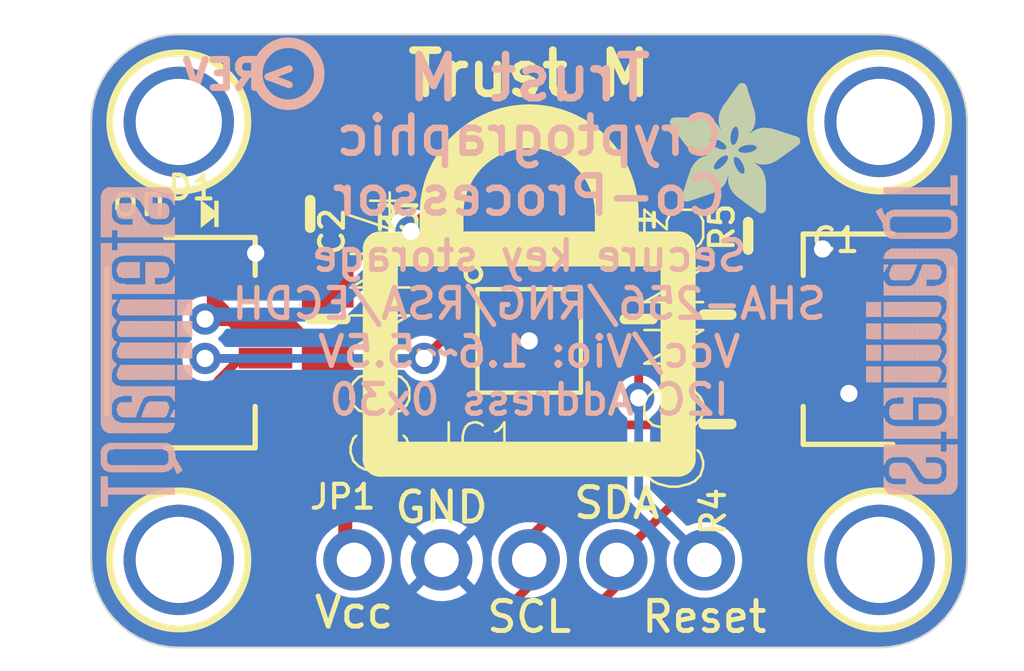
<source format=kicad_pcb>
(kicad_pcb (version 20211014) (generator pcbnew)
  (layers (0 "F.Cu" signal) (31 "B.Cu" signal) (34 "B.Paste" user) (35 "F.Paste" user) (36 "B.SilkS" user "B.Silkscreen") (37 "F.SilkS" user "F.Silkscreen") (38 "B.Mask" user) (39 "F.Mask" user) (44 "Edge.Cuts" user))
  (net 0 "")
  (net 1 "GND")
  (net 2 "SCL")
  (net 3 "SDA")
  (net 4 "VCC")
  (net 5 "N$1")
  (net 6 "RESET")
  (footprint "eagleBoard:JST_SH4" (layer "F.Cu") (at 138.3411 105.0036 -90)
    (fp_text reference "CONN4" (at -4.6 -5.9 90) (layer "F.SilkS") (effects (font (size 1.703222 1.703222) (thickness 0.074778)) (justify right)))
    (fp_text value "STEMMA_I2C_QT" hide)
    (pad "1" smd rect (at -1.5 -2.514) (size 1.55 0.6) (layers "F.Cu" "F.Paste" "F.Mask") (net 1 "GND"))
    (pad "2" smd rect (at -0.5 -2.514) (size 1.55 0.6) (layers "F.Cu" "F.Paste" "F.Mask") (net 4 "VCC"))
    (pad "3" smd rect (at 0.5 -2.514) (size 1.55 0.6) (layers "F.Cu" "F.Paste" "F.Mask") (net 3 "SDA"))
    (pad "4" smd rect (at 1.5 -2.514) (size 1.55 0.6) (layers "F.Cu" "F.Paste" "F.Mask") (net 2 "SCL"))
    (pad "MT1" smd rect (at -2.8 1.386) (size 1.8 1.2) (layers "F.Cu" "F.Paste" "F.Mask"))
    (pad "MT2" smd rect (at 2.8 1.386) (size 1.8 1.2) (layers "F.Cu" "F.Paste" "F.Mask"))
  )
  (footprint "eagleBoard:CHIPLED_0603_NOOUTLINE" (layer "F.Cu") (at 139.2301 101.3206 -90)
    (fp_text reference "D1" (at -0.762 1.27) (layer "F.SilkS") (effects (font (size 0.692831 0.692831) (thickness 0.119969)) (justify left)))
    (fp_text value "GREEN")
    (pad "A" smd rect (at 0 0.75 270) (size 0.8 0.8) (layers "F.Cu" "F.Paste" "F.Mask") (net 4 "VCC"))
    (pad "C" smd rect (at 0 -0.75 270) (size 0.8 0.8) (layers "F.Cu" "F.Paste" "F.Mask") (net 5 "N$1"))
  )
  (footprint "eagleBoard:PG-USON10-10-2" (layer "F.Cu") (at 148.5011 105.0036)
    (fp_text reference "IC1" (at -2.6058 2.8702) (layer "F.SilkS") (effects (font (size 0.941222 0.941222) (thickness 0.074778)) (justify left)))
    (fp_text value "")
    (pad "1" smd rect (at -1.4 -1 90) (size 0.25 0.7) (layers "F.Cu" "F.Paste" "F.Mask") (net 1 "GND"))
    (pad "2" smd rect (at -1.4 -0.5 90) (size 0.25 0.7) (layers "F.Cu" "F.Paste" "F.Mask") (net 1 "GND"))
    (pad "3" smd rect (at -1.4 0 90) (size 0.25 0.7) (layers "F.Cu" "F.Paste" "F.Mask") (net 3 "SDA"))
    (pad "4" smd rect (at -1.4 0.5 90) (size 0.25 0.7) (layers "F.Cu" "F.Paste" "F.Mask") (net 1 "GND"))
    (pad "5" smd rect (at -1.4 1 90) (size 0.25 0.7) (layers "F.Cu" "F.Paste" "F.Mask") (net 1 "GND"))
    (pad "6" smd rect (at 1.4 1 90) (size 0.25 0.7) (layers "F.Cu" "F.Paste" "F.Mask") (net 1 "GND"))
    (pad "7" smd rect (at 1.4 0.5 90) (size 0.25 0.7) (layers "F.Cu" "F.Paste" "F.Mask") (net 1 "GND"))
    (pad "8" smd rect (at 1.4 0 90) (size 0.25 0.7) (layers "F.Cu" "F.Paste" "F.Mask") (net 2 "SCL"))
    (pad "9" smd rect (at 1.4 -0.5 90) (size 0.25 0.7) (layers "F.Cu" "F.Paste" "F.Mask") (net 6 "RESET"))
    (pad "10" smd rect (at 1.4 -1 90) (size 0.25 0.7) (layers "F.Cu" "F.Paste" "F.Mask") (net 4 "VCC"))
    (pad "THERM" smd rect (at 0 0 90) (size 2.4 1.5) (layers "F.Cu" "F.Mask") (net 1 "GND"))
  )
  (footprint "eagleBoard:MOUNTINGHOLE_2.5_PLATED" (layer "F.Cu") (at 138.3411 111.3536)
    (fp_text reference "U$14" hide)
    (fp_text value "MOUNTINGHOLE2.5" hide)
    (pad "P$1" thru_hole circle (at 0 0) (size 3.2 3.2) (drill 2.5) (layers *.Cu *.Mask))
    (zone (net 0) (net_name "") (layer "B.Cu") (connect_pads (clearance 0)) (min_thickness 0.254)
      (keepout (tracks not_allowed) (vias not_allowed) (pads not_allowed) (copperpour not_allowed) (footprints allowed))
      (fill (thermal_gap 0.508) (thermal_bridge_width 0.508))
      (polygon (pts (xy 140.3571 111.3536) (xy 140.326472 111.003525) (xy 140.23552 110.664087) (xy 140.087007 110.3456) (xy 139.885446 110.05774) (xy 139.63696 109.809254) (xy 139.3491 109.607693) (xy 139.030613 109.45918) (xy 138.691175 109.368228) (xy 138.3411 109.3376) (xy 137.991025 109.368228) (xy 137.651587 109.45918) (xy 137.3331 109.607693) (xy 137.04524 109.809254) (xy 136.796754 110.05774) (xy 136.595193 110.3456) (xy 136.44668 110.664087) (xy 136.355728 111.003525) (xy 136.3251 111.3536) (xy 136.355728 111.703675) (xy 136.44668 112.043113) (xy 136.595193 112.3616) (xy 136.796754 112.64946) (xy 137.04524 112.897946) (xy 137.3331 113.099507) (xy 137.651587 113.24802) (xy 137.991025 113.338972) (xy 138.3411 113.3696) (xy 138.691175 113.338972) (xy 139.030613 113.24802) (xy 139.3491 113.099507) (xy 139.63696 112.897946) (xy 139.885446 112.64946) (xy 140.087007 112.3616) (xy 140.23552 112.043113) (xy 140.326472 111.703675)))
      (polygon (pts (xy 138.3251 111.3536) (xy 138.325343 111.356378) (xy 138.326065 111.359072) (xy 138.327244 111.3616) (xy 138.328843 111.363885) (xy 138.330815 111.365857) (xy 138.3331 111.367456) (xy 138.335628 111.368635) (xy 138.338322 111.369357) (xy 138.3411 111.3696) (xy 138.343878 111.369357) (xy 138.346572 111.368635) (xy 138.3491 111.367456) (xy 138.351385 111.365857) (xy 138.353357 111.363885) (xy 138.354956 111.3616) (xy 138.356135 111.359072) (xy 138.356857 111.356378) (xy 138.3571 111.3536) (xy 138.356857 111.350822) (xy 138.356135 111.348128) (xy 138.354956 111.3456) (xy 138.353357 111.343315) (xy 138.351385 111.341343) (xy 138.3491 111.339744) (xy 138.346572 111.338565) (xy 138.343878 111.337843) (xy 138.3411 111.3376) (xy 138.338322 111.337843) (xy 138.335628 111.338565) (xy 138.3331 111.339744) (xy 138.330815 111.341343) (xy 138.328843 111.343315) (xy 138.327244 111.3456) (xy 138.326065 111.348128) (xy 138.325343 111.350822)))
    )
  )
  (footprint "eagleBoard:MOUNTINGHOLE_2.5_PLATED" (layer "F.Cu") (at 138.3411 98.6536)
    (fp_text reference "U$11" hide)
    (fp_text value "MOUNTINGHOLE2.5" hide)
    (pad "P$1" thru_hole circle (at 0 0) (size 3.2 3.2) (drill 2.5) (layers *.Cu *.Mask))
    (zone (net 0) (net_name "") (layer "B.Cu") (connect_pads (clearance 0)) (min_thickness 0.254)
      (keepout (tracks not_allowed) (vias not_allowed) (pads not_allowed) (copperpour not_allowed) (footprints allowed))
      (fill (thermal_gap 0.508) (thermal_bridge_width 0.508))
      (polygon (pts (xy 140.3571 98.6536) (xy 140.326472 98.303525) (xy 140.23552 97.964087) (xy 140.087007 97.6456) (xy 139.885446 97.35774) (xy 139.63696 97.109254) (xy 139.3491 96.907693) (xy 139.030613 96.75918) (xy 138.691175 96.668228) (xy 138.3411 96.6376) (xy 137.991025 96.668228) (xy 137.651587 96.75918) (xy 137.3331 96.907693) (xy 137.04524 97.109254) (xy 136.796754 97.35774) (xy 136.595193 97.6456) (xy 136.44668 97.964087) (xy 136.355728 98.303525) (xy 136.3251 98.6536) (xy 136.355728 99.003675) (xy 136.44668 99.343113) (xy 136.595193 99.6616) (xy 136.796754 99.94946) (xy 137.04524 100.197946) (xy 137.3331 100.399507) (xy 137.651587 100.54802) (xy 137.991025 100.638972) (xy 138.3411 100.6696) (xy 138.691175 100.638972) (xy 139.030613 100.54802) (xy 139.3491 100.399507) (xy 139.63696 100.197946) (xy 139.885446 99.94946) (xy 140.087007 99.6616) (xy 140.23552 99.343113) (xy 140.326472 99.003675)))
      (polygon (pts (xy 138.3251 98.6536) (xy 138.325343 98.656378) (xy 138.326065 98.659072) (xy 138.327244 98.6616) (xy 138.328843 98.663885) (xy 138.330815 98.665857) (xy 138.3331 98.667456) (xy 138.335628 98.668635) (xy 138.338322 98.669357) (xy 138.3411 98.6696) (xy 138.343878 98.669357) (xy 138.346572 98.668635) (xy 138.3491 98.667456) (xy 138.351385 98.665857) (xy 138.353357 98.663885) (xy 138.354956 98.6616) (xy 138.356135 98.659072) (xy 138.356857 98.656378) (xy 138.3571 98.6536) (xy 138.356857 98.650822) (xy 138.356135 98.648128) (xy 138.354956 98.6456) (xy 138.353357 98.643315) (xy 138.351385 98.641343) (xy 138.3491 98.639744) (xy 138.346572 98.638565) (xy 138.343878 98.637843) (xy 138.3411 98.6376) (xy 138.338322 98.637843) (xy 138.335628 98.638565) (xy 138.3331 98.639744) (xy 138.330815 98.641343) (xy 138.328843 98.643315) (xy 138.327244 98.6456) (xy 138.326065 98.648128) (xy 138.325343 98.650822)))
    )
  )
  (footprint "eagleBoard:FIDUCIAL_1MM" (layer "F.Cu") (at 155.3591 109.9185)
    (fp_text reference "FID4" hide)
    (fp_text value "FIDUCIAL_1MM" hide)
    (pad "1" smd roundrect (at 0 0) (size 1 1) (layers "F.Cu" "F.Mask") (roundrect_rratio 0.5))
  )
  (footprint "eagleBoard:JST_SH4" (layer "F.Cu") (at 158.6611 105.0036 90)
    (fp_text reference "CONN3" (at -4.6 -5.9 90) (layer "F.SilkS") (effects (font (size 1.703222 1.703222) (thickness 0.074778)) (justify left)))
    (fp_text value "STEMMA_I2C_QT" hide)
    (pad "1" smd rect (at -1.5 -2.514 180) (size 1.55 0.6) (layers "F.Cu" "F.Paste" "F.Mask") (net 1 "GND"))
    (pad "2" smd rect (at -0.5 -2.514 180) (size 1.55 0.6) (layers "F.Cu" "F.Paste" "F.Mask") (net 4 "VCC"))
    (pad "3" smd rect (at 0.5 -2.514 180) (size 1.55 0.6) (layers "F.Cu" "F.Paste" "F.Mask") (net 3 "SDA"))
    (pad "4" smd rect (at 1.5 -2.514 180) (size 1.55 0.6) (layers "F.Cu" "F.Paste" "F.Mask") (net 2 "SCL"))
    (pad "MT1" smd rect (at -2.8 1.386 180) (size 1.8 1.2) (layers "F.Cu" "F.Paste" "F.Mask"))
    (pad "MT2" smd rect (at 2.8 1.386 180) (size 1.8 1.2) (layers "F.Cu" "F.Paste" "F.Mask"))
  )
  (footprint "eagleBoard:0603-NO" (layer "F.Cu") (at 154.8511 101.9556)
    (fp_text reference "C1" (at 1.778 0.127) (layer "F.SilkS") (effects (font (size 0.692831 0.692831) (thickness 0.119969)) (justify left)))
    (fp_text value "0.1uF")
    (pad "1" smd rect (at -0.85 0) (size 1.075 1) (layers "F.Cu" "F.Paste" "F.Mask") (net 4 "VCC"))
    (pad "2" smd rect (at 0.85 0) (size 1.075 1) (layers "F.Cu" "F.Paste" "F.Mask") (net 1 "GND"))
  )
  (footprint "eagleBoard:MOUNTINGHOLE_2.5_PLATED" (layer "F.Cu") (at 158.6611 98.6536)
    (fp_text reference "U$12" hide)
    (fp_text value "MOUNTINGHOLE2.5" hide)
    (pad "P$1" thru_hole circle (at 0 0) (size 3.2 3.2) (drill 2.5) (layers *.Cu *.Mask))
    (zone (net 0) (net_name "") (layer "B.Cu") (connect_pads (clearance 0)) (min_thickness 0.254)
      (keepout (tracks not_allowed) (vias not_allowed) (pads not_allowed) (copperpour not_allowed) (footprints allowed))
      (fill (thermal_gap 0.508) (thermal_bridge_width 0.508))
      (polygon (pts (xy 160.6771 98.6536) (xy 160.646472 98.303525) (xy 160.55552 97.964087) (xy 160.407007 97.6456) (xy 160.205446 97.35774) (xy 159.95696 97.109254) (xy 159.6691 96.907693) (xy 159.350613 96.75918) (xy 159.011175 96.668228) (xy 158.6611 96.6376) (xy 158.311025 96.668228) (xy 157.971587 96.75918) (xy 157.6531 96.907693) (xy 157.36524 97.109254) (xy 157.116754 97.35774) (xy 156.915193 97.6456) (xy 156.76668 97.964087) (xy 156.675728 98.303525) (xy 156.6451 98.6536) (xy 156.675728 99.003675) (xy 156.76668 99.343113) (xy 156.915193 99.6616) (xy 157.116754 99.94946) (xy 157.36524 100.197946) (xy 157.6531 100.399507) (xy 157.971587 100.54802) (xy 158.311025 100.638972) (xy 158.6611 100.6696) (xy 159.011175 100.638972) (xy 159.350613 100.54802) (xy 159.6691 100.399507) (xy 159.95696 100.197946) (xy 160.205446 99.94946) (xy 160.407007 99.6616) (xy 160.55552 99.343113) (xy 160.646472 99.003675)))
      (polygon (pts (xy 158.6451 98.6536) (xy 158.645343 98.656378) (xy 158.646065 98.659072) (xy 158.647244 98.6616) (xy 158.648843 98.663885) (xy 158.650815 98.665857) (xy 158.6531 98.667456) (xy 158.655628 98.668635) (xy 158.658322 98.669357) (xy 158.6611 98.6696) (xy 158.663878 98.669357) (xy 158.666572 98.668635) (xy 158.6691 98.667456) (xy 158.671385 98.665857) (xy 158.673357 98.663885) (xy 158.674956 98.6616) (xy 158.676135 98.659072) (xy 158.676857 98.656378) (xy 158.6771 98.6536) (xy 158.676857 98.650822) (xy 158.676135 98.648128) (xy 158.674956 98.6456) (xy 158.673357 98.643315) (xy 158.671385 98.641343) (xy 158.6691 98.639744) (xy 158.666572 98.638565) (xy 158.663878 98.637843) (xy 158.6611 98.6376) (xy 158.658322 98.637843) (xy 158.655628 98.638565) (xy 158.6531 98.639744) (xy 158.650815 98.641343) (xy 158.648843 98.643315) (xy 158.647244 98.6456) (xy 158.646065 98.648128) (xy 158.645343 98.650822)))
    )
  )
  (footprint "eagleBoard:0805-NO" (layer "F.Cu") (at 142.6591 104.3686 90)
    (fp_text reference "C2" (at 1.778 0.127 90) (layer "F.SilkS") (effects (font (size 0.692831 0.692831) (thickness 0.119969)) (justify left)))
    (fp_text value "10uF")
    (pad "1" smd rect (at -0.95 0 90) (size 1.24 1.5) (layers "F.Cu" "F.Paste" "F.Mask") (net 4 "VCC"))
    (pad "2" smd rect (at 0.95 0 90) (size 1.24 1.5) (layers "F.Cu" "F.Paste" "F.Mask") (net 1 "GND"))
  )
  (footprint "eagleBoard:FIDUCIAL_1MM" (layer "F.Cu") (at 141.8971 99.3521)
    (fp_text reference "FID3" hide)
    (fp_text value "FIDUCIAL_1MM" hide)
    (pad "1" smd roundrect (at 0 0) (size 1 1) (layers "F.Cu" "F.Mask") (roundrect_rratio 0.5))
  )
  (footprint "eagleBoard:0603-NO" (layer "F.Cu") (at 153.9621 104.2416 90)
    (fp_text reference "R5" (at 1.778 0.127 90) (layer "F.SilkS") (effects (font (size 0.692831 0.692831) (thickness 0.119969)) (justify left)))
    (fp_text value "10K")
    (pad "1" smd rect (at -0.85 0 90) (size 1.075 1) (layers "F.Cu" "F.Paste" "F.Mask") (net 2 "SCL"))
    (pad "2" smd rect (at 0.85 0 90) (size 1.075 1) (layers "F.Cu" "F.Paste" "F.Mask") (net 4 "VCC"))
  )
  (footprint "eagleBoard:MOUNTINGHOLE_2.5_PLATED" (layer "F.Cu") (at 158.6611 111.3536)
    (fp_text reference "U$15" hide)
    (fp_text value "MOUNTINGHOLE2.5" hide)
    (pad "P$1" thru_hole circle (at 0 0) (size 3.2 3.2) (drill 2.5) (layers *.Cu *.Mask))
    (zone (net 0) (net_name "") (layer "B.Cu") (connect_pads (clearance 0)) (min_thickness 0.254)
      (keepout (tracks not_allowed) (vias not_allowed) (pads not_allowed) (copperpour not_allowed) (footprints allowed))
      (fill (thermal_gap 0.508) (thermal_bridge_width 0.508))
      (polygon (pts (xy 160.6771 111.3536) (xy 160.646472 111.003525) (xy 160.55552 110.664087) (xy 160.407007 110.3456) (xy 160.205446 110.05774) (xy 159.95696 109.809254) (xy 159.6691 109.607693) (xy 159.350613 109.45918) (xy 159.011175 109.368228) (xy 158.6611 109.3376) (xy 158.311025 109.368228) (xy 157.971587 109.45918) (xy 157.6531 109.607693) (xy 157.36524 109.809254) (xy 157.116754 110.05774) (xy 156.915193 110.3456) (xy 156.76668 110.664087) (xy 156.675728 111.003525) (xy 156.6451 111.3536) (xy 156.675728 111.703675) (xy 156.76668 112.043113) (xy 156.915193 112.3616) (xy 157.116754 112.64946) (xy 157.36524 112.897946) (xy 157.6531 113.099507) (xy 157.971587 113.24802) (xy 158.311025 113.338972) (xy 158.6611 113.3696) (xy 159.011175 113.338972) (xy 159.350613 113.24802) (xy 159.6691 113.099507) (xy 159.95696 112.897946) (xy 160.205446 112.64946) (xy 160.407007 112.3616) (xy 160.55552 112.043113) (xy 160.646472 111.703675)))
      (polygon (pts (xy 158.6451 111.3536) (xy 158.645343 111.356378) (xy 158.646065 111.359072) (xy 158.647244 111.3616) (xy 158.648843 111.363885) (xy 158.650815 111.365857) (xy 158.6531 111.367456) (xy 158.655628 111.368635) (xy 158.658322 111.369357) (xy 158.6611 111.3696) (xy 158.663878 111.369357) (xy 158.666572 111.368635) (xy 158.6691 111.367456) (xy 158.671385 111.365857) (xy 158.673357 111.363885) (xy 158.674956 111.3616) (xy 158.676135 111.359072) (xy 158.676857 111.356378) (xy 158.6771 111.3536) (xy 158.676857 111.350822) (xy 158.676135 111.348128) (xy 158.674956 111.3456) (xy 158.673357 111.343315) (xy 158.671385 111.341343) (xy 158.6691 111.339744) (xy 158.666572 111.338565) (xy 158.663878 111.337843) (xy 158.6611 111.3376) (xy 158.658322 111.337843) (xy 158.655628 111.338565) (xy 158.6531 111.339744) (xy 158.650815 111.341343) (xy 158.648843 111.343315) (xy 158.647244 111.3456) (xy 158.646065 111.348128) (xy 158.645343 111.350822)))
    )
  )
  (footprint "eagleBoard:0603-NO" (layer "F.Cu") (at 142.1511 101.3206)
    (fp_text reference "R3" (at 1.778 0.127) (layer "F.SilkS") (effects (font (size 0.692831 0.692831) (thickness 0.119969)) (justify left)))
    (fp_text value "10K")
    (pad "1" smd rect (at -0.85 0) (size 1.075 1) (layers "F.Cu" "F.Paste" "F.Mask") (net 5 "N$1"))
    (pad "2" smd rect (at 0.85 0) (size 1.075 1) (layers "F.Cu" "F.Paste" "F.Mask") (net 1 "GND"))
  )
  (footprint "eagleBoard:0603-NO" (layer "F.Cu") (at 153.9621 107.4166 -90)
    (fp_text reference "R4" (at 1.778 0.127 90) (layer "F.SilkS") (effects (font (size 0.692831 0.692831) (thickness 0.119969)) (justify right)))
    (fp_text value "10K")
    (pad "1" smd rect (at -0.85 0 270) (size 1.075 1) (layers "F.Cu" "F.Paste" "F.Mask") (net 3 "SDA"))
    (pad "2" smd rect (at 0.85 0 270) (size 1.075 1) (layers "F.Cu" "F.Paste" "F.Mask") (net 4 "VCC"))
  )
  (footprint "eagleBoard:ADAFRUIT_3.5MM" (layer "F.Cu") (at 152.5651 101.3206)
    (fp_text reference "U$17" hide)
    (fp_text value "" hide)
  )
  (footprint "eagleBoard:0603-NO" (layer "F.Cu") (at 151.6761 104.3686 90)
    (fp_text reference "R1" (at 1.778 0.127 90) (layer "F.SilkS") (effects (font (size 0.692831 0.692831) (thickness 0.119969)) (justify left)))
    (fp_text value "10K")
    (pad "1" smd rect (at -0.85 0 90) (size 1.075 1) (layers "F.Cu" "F.Paste" "F.Mask") (net 6 "RESET"))
    (pad "2" smd rect (at 0.85 0 90) (size 1.075 1) (layers "F.Cu" "F.Paste" "F.Mask") (net 4 "VCC"))
  )
  (footprint "eagleBoard:1X05_ROUND_70" (layer "F.Cu") (at 148.5011 111.3536)
    (fp_text reference "JP1" (at -6.4262 -1.8288) (layer "F.SilkS") (effects (font (size 0.692831 0.692831) (thickness 0.119969)) (justify left)))
    (fp_text value "")
    (pad "1" thru_hole circle (at -5.08 0 90) (size 1.778 1.778) (drill 1) (layers *.Cu *.Mask) (net 4 "VCC"))
    (pad "2" thru_hole circle (at -2.54 0 90) (size 1.778 1.778) (drill 1) (layers *.Cu *.Mask) (net 1 "GND"))
    (pad "3" thru_hole circle (at 0 0 90) (size 1.778 1.778) (drill 1) (layers *.Cu *.Mask) (net 2 "SCL"))
    (pad "4" thru_hole circle (at 2.54 0 90) (size 1.778 1.778) (drill 1) (layers *.Cu *.Mask) (net 3 "SDA"))
    (pad "5" thru_hole circle (at 5.08 0 90) (size 1.778 1.778) (drill 1) (layers *.Cu *.Mask) (net 6 "RESET"))
  )
  (footprint "eagleBoard:STEMMAQT" (layer "B.Cu") (at 158.2801 109.4486 90)
    (fp_text reference "U$19" hide)
    (fp_text value "" hide)
  )
  (footprint "eagleBoard:STEMMAQT" (layer "B.Cu") (at 138.7221 100.5586 -90)
    (fp_text reference "U$20" hide)
    (fp_text value "" hide)
  )
  (footprint "eagleBoard:PCBFEAT-REV-040" (layer "B.Cu") (at 141.5161 97.2566 180)
    (fp_text reference "U$18" hide)
    (fp_text value "" hide)
    (fp_text user ">REV" (at -0.3556 -0.508) (layer "B.SilkS") (effects (font (size 0.8128 0.8128) (thickness 0.2032)) (justify left bottom mirror)))
  )
  (gr_line (start 148.5011 98.7806) (end 148.50364 98.7806) (layer "F.SilkS") (width 1.27))
  (gr_line (start 151.0411 101.3206) (end 151.0411 102.2096) (layer "F.SilkS") (width 1.27))
  (gr_arc (start 148.50364 98.7806) (mid 150.298421 99.525075) (end 151.0411 101.3206) (layer "F.SilkS") (width 1.27))
  (gr_line (start 144.1831 102.4636) (end 144.1831 108.4326) (layer "F.SilkS") (width 1.016))
  (gr_line (start 144.1831 102.3366) (end 152.8191 102.3366) (layer "F.SilkS") (width 1.016))
  (gr_line (start 144.1831 108.4326) (end 152.8191 108.4326) (layer "F.SilkS") (width 1.016))
  (gr_line (start 152.8191 108.4326) (end 152.8191 102.4636) (layer "F.SilkS") (width 1.016))
  (gr_line (start 145.9611 102.0826) (end 145.9611 101.3206) (layer "F.SilkS") (width 1.27))
  (gr_arc (start 145.9611 101.3206) (mid 146.705049 99.524549) (end 148.5011 98.7806) (layer "F.SilkS") (width 1.27))
  (gr_line (start 135.8011 98.6536) (end 135.8011 111.3536) (layer "Edge.Cuts") (width 0.05))
  (gr_line (start 138.3411 113.8936) (end 158.6611 113.8936) (layer "Edge.Cuts") (width 0.05))
  (gr_line (start 161.2011 111.3536) (end 161.2011 98.6536) (layer "Edge.Cuts") (width 0.05))
  (gr_arc (start 161.2011 111.3536) (mid 160.457151 113.149651) (end 158.6611 113.8936) (layer "Edge.Cuts") (width 0.05))
  (gr_arc (start 135.8011 98.6536) (mid 136.545049 96.857549) (end 138.3411 96.1136) (layer "Edge.Cuts") (width 0.05))
  (gr_line (start 138.3411 96.1136) (end 158.6611 96.1136) (layer "Edge.Cuts") (width 0.05))
  (gr_arc (start 138.3411 113.8936) (mid 136.545049 113.149651) (end 135.8011 111.3536) (layer "Edge.Cuts") (width 0.05))
  (gr_arc (start 158.6611 96.1136) (mid 160.457151 96.857549) (end 161.2011 98.6536) (layer "Edge.Cuts") (width 0.05))
  (gr_text "Secure key storage\nSHA-256/RNG/RSA/ECDH\nVcc/Vio: 1.6~~5.5V\nI2C Address 0x30" (at 148.5011 104.6226) (layer "B.SilkS") (effects (font (size 0.8636 0.8636) (thickness 0.1524)) (justify mirror)))
  (gr_text "Cryptographic\nCo-Processor" (at 148.5011 99.9236) (layer "B.SilkS") (effects (font (size 1.0795 1.0795) (thickness 0.1905)) (justify mirror)))
  (gr_text "Trust M" (at 148.5011 97.3836) (layer "B.SilkS") (effects (font (size 1.25222 1.25222) (thickness 0.22098)) (justify mirror)))
  (gr_text "on" (at 136.3091 101.4476) (layer "F.SilkS") (effects (font (size 0.89408 0.89408) (thickness 0.12192)) (justify left bottom)))
  (gr_text "Vcc" (at 143.4211 112.8776) (layer "F.SilkS") (effects (font (size 0.87376 0.87376) (thickness 0.14224))))
  (gr_text "Reset" (at 153.5811 113.0046) (layer "F.SilkS") (effects (font (size 0.87376 0.87376) (thickness 0.14224))))
  (gr_text "SCL" (at 148.5011 113.0046) (layer "F.SilkS") (effects (font (size 0.87376 0.87376) (thickness 0.14224))))
  (gr_text "Trust M" (at 148.5011 97.2566) (layer "F.SilkS") (effects (font (size 1.25222 1.25222) (thickness 0.22098))))
  (gr_text "SDA" (at 151.0411 109.7026) (layer "F.SilkS") (effects (font (size 0.87376 0.87376) (thickness 0.14224))))
  (gr_text "GND" (at 145.9611 109.8296) (layer "F.SilkS") (effects (font (size 0.87376 0.87376) (thickness 0.14224))))
  (segment (start 142.5741 103.5036) (end 142.6591 103.4186) (width 0.254) (layer "F.Cu") (net 1))
  (segment (start 148.4931 105.5036) (end 148.3741 105.3846) (width 0.254) (layer "F.Cu") (net 1))
  (segment (start 148.0011 105.5036) (end 148.2471 105.2576) (width 0.254) (layer "F.Cu") (net 1))
  (segment (start 148.3741 106.0196) (end 148.3741 105.3846) (width 0.254) (layer "F.Cu") (net 1))
  (segment (start 148.3741 104.8766) (end 148.5011 105.0036) (width 0.254) (layer "F.Cu") (net 1))
  (segment (start 148.2471 105.2576) (end 148.5011 105.0036) (width 0.254) (layer "F.Cu") (net 1))
  (segment (start 142.6591 103.4186) (end 145.3731 103.4186) (width 0.254) (layer "F.Cu") (net 1))
  (segment (start 147.1011 105.5036) (end 148.0011 105.5036) (width 0.254) (layer "F.Cu") (net 1))
  (segment (start 156.6291 101.9556) (end 157.0101 102.3366) (width 0.254) (layer "F.Cu") (net 1))
  (segment (start 155.7011 101.9556) (end 155.7401 101.9556) (width 0.254) (layer "F.Cu") (net 1))
  (segment (start 157.7481 106.5036) (end 157.7721 106.5276) (width 0.254) (layer "F.Cu") (net 1))
  (segment (start 147.1091 104.4956) (end 148.3741 104.4956) (width 0.254) (layer "F.Cu") (net 1))
  (segment (start 147.1011 104.0036) (end 147.7551 104.0036) (width 0.254) (layer "F.Cu") (net 1))
  (segment (start 148.3741 104.6226) (end 148.3741 104.8766) (width 0.254) (layer "F.Cu") (net 1))
  (segment (start 140.8551 103.5036) (end 140.8551 102.459194) (width 0.254) (layer "F.Cu") (net 1))
  (segment (start 156.6291 101.9556) (end 155.7011 101.9556) (width 0.254) (layer "F.Cu") (net 1))
  (segment (start 147.1011 106.0036) (end 147.1171 106.0196) (width 0.254) (layer "F.Cu") (net 1))
  (segment (start 148.3741 104.4956) (end 148.3741 104.6226) (width 0.254) (layer "F.Cu") (net 1))
  (segment (start 142.6591 103.4186) (end 142.6591 101.6626) (width 0.254) (layer "F.Cu") (net 1))
  (segment (start 147.1171 106.0196) (end 148.3741 106.0196) (width 0.254) (layer "F.Cu") (net 1))
  (segment (start 149.8851 106.0196) (end 148.3741 106.0196) (width 0.254) (layer "F.Cu") (net 1))
  (segment (start 145.9581 104.0036) (end 147.1011 104.0036) (width 0.254) (layer "F.Cu") (net 1))
  (segment (start 149.9011 106.0036) (end 149.8851 106.0196) (width 0.254) (layer "F.Cu") (net 1))
  (segment (start 142.6591 101.6626) (end 143.0011 101.3206) (width 0.254) (layer "F.Cu") (net 1))
  (segment (start 147.1011 104.5036) (end 147.1091 104.4956) (width 0.254) (layer "F.Cu") (net 1))
  (segment (start 148.3741 105.3846) (end 148.2471 105.2576) (width 0.254) (layer "F.Cu") (net 1))
  (segment (start 147.7551 104.0036) (end 148.3741 104.6226) (width 0.254) (layer "F.Cu") (net 1))
  (segment (start 140.8551 103.5036) (end 142.5741 103.5036) (width 0.254) (layer "F.Cu") (net 1))
  (segment (start 145.9581 104.0036) (end 145.3731 103.4186) (width 0.254) (layer "F.Cu") (net 1))
  (segment (start 149.9011 105.5036) (end 148.4931 105.5036) (width 0.254) (layer "F.Cu") (net 1))
  (segment (start 156.1471 106.5036) (end 157.7481 106.5036) (width 0.254) (layer "F.Cu") (net 1))
  (segment (start 140.8551 102.459194) (end 140.569793 102.459194) (width 0.254) (layer "F.Cu") (net 1))
  (via (at 140.569793 102.459194) (size 0.9064) (drill 0.5) (layers "F.Cu" "B.Cu") (net 1))
  (via (at 157.7721 106.5276) (size 0.9064) (drill 0.5) (layers "F.Cu" "B.Cu") (net 1))
  (via (at 157.0101 102.3366) (size 0.9064) (drill 0.5) (layers "F.Cu" "B.Cu") (net 1))
  (via (at 148.5011 105.0036) (size 0.9064) (drill 0.5) (layers "F.Cu" "B.Cu") (net 1))
  (segment (start 142.9131 112.7506) (end 144.6911 112.7506) (width 0.254) (layer "F.Cu") (net 2))
  (segment (start 150.6601 107.6706) (end 150.6601 105.0036) (width 0.254) (layer "F.Cu") (net 2))
  (segment (start 150.6601 107.6706) (end 150.6601 107.9246) (width 0.254) (layer "F.Cu") (net 2))
  (segment (start 144.6911 112.7506) (end 147.8661 112.7506) (width 0.254) (layer "F.Cu") (net 2))
  (segment (start 148.5011 111.3536) (end 148.5011 110.7186) (width 0.254) (layer "F.Cu") (net 2))
  (segment (start 152.0006 107.438) (end 150.8927 107.438) (width 0.254) (layer "F.Cu") (net 2))
  (segment (start 153.9621 105.0036) (end 153.9621 105.0916) (width 0.254) (layer "F.Cu") (net 2))
  (segment (start 153.9621 105.0916) (end 153.2391 105.0916) (width 0.254) (layer "F.Cu") (net 2))
  (segment (start 153.805625 105.0916) (end 153.9621 105.0916) (width 0.254) (layer "F.Cu") (net 2))
  (segment (start 140.8551 106.5036) (end 140.8551 109.5496) (width 0.254) (layer "F.Cu") (net 2))
  (segment (start 152.5063 105.8244) (end 152.5063 106.9323) (width 0.254) (layer "F.Cu") (net 2))
  (segment (start 152.5063 106.9323) (end 152.0006 107.438) (width 0.254) (layer "F.Cu") (net 2))
  (segment (start 141.3383 111.1758) (end 142.9131 112.7506) (width 0.254) (layer "F.Cu") (net 2))
  (segment (start 149.9011 105.0036) (end 150.6601 105.0036) (width 0.254) (layer "F.Cu") (net 2))
  (segment (start 148.5011 110.7186) (end 150.6601 108.5596) (width 0.254) (layer "F.Cu") (net 2))
  (segment (start 155.4861 103.4796) (end 153.9621 105.0036) (width 0.254) (layer "F.Cu") (net 2))
  (segment (start 156.1231 103.4796) (end 156.1471 103.5036) (width 0.254) (layer "F.Cu") (net 2))
  (segment (start 141.3383 111.1758) (end 141.3383 110.0328) (width 0.254) (layer "F.Cu") (net 2))
  (segment (start 148.5011 112.1156) (end 148.5011 111.3536) (width 0.254) (layer "F.Cu") (net 2))
  (segment (start 147.8661 112.7506) (end 148.5011 112.1156) (width 0.254) (layer "F.Cu") (net 2))
  (segment (start 150.6601 108.5596) (end 150.6601 107.9246) (width 0.254) (layer "F.Cu") (net 2))
  (segment (start 140.8551 109.5496) (end 141.3383 110.0328) (width 0.254) (layer "F.Cu") (net 2))
  (segment (start 150.8927 107.438) (end 150.6601 107.6706) (width 0.254) (layer "F.Cu") (net 2))
  (segment (start 153.2391 105.0916) (end 152.5063 105.8244) (width 0.254) (layer "F.Cu") (net 2))
  (segment (start 156.1231 103.4796) (end 155.4861 103.4796) (width 0.254) (layer "F.Cu") (net 2))
  (segment (start 140.1271 105.5036) (end 139.4841 106.1466) (width 0.254) (layer "F.Cu") (net 3))
  (segment (start 142.6337 113.2332) (end 149.9235 113.2332) (width 0.254) (layer "F.Cu") (net 3))
  (segment (start 151.0411 111.8616) (end 151.0411 111.3536) (width 0.254) (layer "F.Cu") (net 3))
  (segment (start 140.8551 105.5036) (end 140.6271 105.5036) (width 0.254) (layer "F.Cu") (net 3))
  (segment (start 154.8511 106.0196) (end 154.3041 106.5666) (width 0.254) (layer "F.Cu") (net 3))
  (segment (start 139.4841 108.825182) (end 140.8811 110.222182) (width 0.254) (layer "F.Cu") (net 3))
  (segment (start 154.8511 105.0036) (end 154.8511 106.0196) (width 0.254) (layer "F.Cu") (net 3))
  (segment (start 156.1471 104.5036) (end 155.3511 104.5036) (width 0.254) (layer "F.Cu") (net 3))
  (segment (start 147.1011 105.0036) (end 145.9611 105.0036) (width 0.254) (layer "F.Cu") (net 3))
  (segment (start 140.6191 105.5116) (end 140.6271 105.5036) (width 0.254) (layer "F.Cu") (net 3))
  (segment (start 155.3511 104.5036) (end 154.8511 105.0036) (width 0.254) (layer "F.Cu") (net 3))
  (segment (start 153.7961 106.5666) (end 152.8191 107.5436) (width 0.254) (layer "F.Cu") (net 3))
  (segment (start 139.1031 105.5116) (end 140.6191 105.5116) (width 0.254) (layer "F.Cu") (net 3))
  (segment (start 140.8811 111.4806) (end 142.6337 113.2332) (width 0.254) (layer "F.Cu") (net 3))
  (segment (start 139.4841 106.1466) (end 139.4841 108.825182) (width 0.254) (layer "F.Cu") (net 3))
  (segment (start 154.3041 106.5666) (end 153.9621 106.5666) (width 0.254) (layer "F.Cu") (net 3))
  (segment (start 149.9235 113.2332) (end 151.1681 111.9886) (width 0.254) (layer "F.Cu") (net 3))
  (segment (start 153.9621 106.5666) (end 153.7961 106.5666) (width 0.254) (layer "F.Cu") (net 3))
  (segment (start 152.8191 107.5436) (end 152.8191 109.5756) (width 0.254) (layer "F.Cu") (net 3))
  (segment (start 151.1681 111.9886) (end 151.0411 111.8616) (width 0.254) (layer "F.Cu") (net 3))
  (segment (start 152.8191 109.5756) (end 151.0411 111.3536) (width 0.254) (layer "F.Cu") (net 3))
  (segment (start 145.9611 105.0036) (end 145.4531 105.5116) (width 0.254) (layer "F.Cu") (net 3))
  (segment (start 140.6271 105.5036) (end 140.1271 105.5036) (width 0.254) (layer "F.Cu") (net 3))
  (segment (start 140.8811 110.222182) (end 140.8811 111.4806) (width 0.254) (layer "F.Cu") (net 3))
  (via (at 139.1031 105.5116) (size 0.9064) (drill 0.5) (layers "F.Cu" "B.Cu") (net 3))
  (via (at 145.4531 105.5116) (size 0.9064) (drill 0.5) (layers "F.Cu" "B.Cu") (net 3))
  (segment (start 145.4531 105.5116) (end 139.1031 105.5116) (width 0.254) (layer "B.Cu") (net 3))
  (segment (start 153.7471 102.2096) (end 151.8031 102.2096) (width 0.4064) (layer "F.Cu") (net 4))
  (segment (start 151.6761 103.5186) (end 151.6761 102.3366) (width 0.254) (layer "F.Cu") (net 4))
  (segment (start 151.6761 102.3366) (end 151.8031 102.2096) (width 0.254) (layer "F.Cu") (net 4))
  (segment (start 143.1671 105.3186) (end 143.1671 111.0996) (width 0.4064) (layer "F.Cu") (net 4))
  (segment (start 151.8031 102.2096) (end 150.5721 102.2096) (width 0.4064) (layer "F.Cu") (net 4))
  (segment (start 156.1471 105.5036) (end 157.2721 105.5036) (width 0.4064) (layer "F.Cu") (net 4))
  (segment (start 156.8831 100.9396) (end 157.8991 101.9556) (width 0.4064) (layer "F.Cu") (net 4))
  (segment (start 150.5721 102.2096) (end 149.9011 102.8806) (width 0.4064) (layer "F.Cu") (net 4))
  (segment (start 154.8511 100.9396) (end 145.9611 100.9396) (width 0.4064) (layer "F.Cu") (net 4))
  (segment (start 142.6591 105.3186) (end 143.1671 105.3186) (width 0.254) (layer "F.Cu") (net 4))
  (segment (start 158.6611 105.7656) (end 157.8356 104.9401) (width 0.4064) (layer "F.Cu") (net 4))
  (segment (start 143.1671 111.0996) (end 143.4211 111.3536) (width 0.4064) (layer "F.Cu") (net 4))
  (segment (start 153.9621 101.9946) (end 154.0011 101.9556) (width 0.4064) (layer "F.Cu") (net 4))
  (segment (start 138.4801 101.3206) (end 139.3571 102.1976) (width 0.4064) (layer "F.Cu") (net 4))
  (segment (start 157.2721 105.5036) (end 157.8356 104.9401) (width 0.4064) (layer "F.Cu") (net 4))
  (segment (start 157.8991 104.8766) (end 157.8991 101.9556) (width 0.4064) (layer "F.Cu") (net 4))
  (segment (start 140.0001 104.5036) (end 140.8551 104.5036) (width 0.4064) (layer "F.Cu") (net 4))
  (segment (start 158.6611 107.0356) (end 158.6611 105.7656) (width 0.4064) (layer "F.Cu") (net 4))
  (segment (start 154.0011 101.7896) (end 154.8511 100.9396) (width 0.4064) (layer "F.Cu") (net 4))
  (segment (start 139.8651 104.3686) (end 140.0001 104.5036) (width 0.4064) (layer "F.Cu") (net 4))
  (segment (start 149.9011 104.0036) (end 149.9011 102.8806) (width 0.3048) (layer "F.Cu") (net 4))
  (segment (start 139.3571 103.8606) (end 139.8651 104.3686) (width 0.4064) (layer "F.Cu") (net 4))
  (segment (start 145.9611 100.9396) (end 145.0721 101.8286) (width 0.4064) (layer "F.Cu") (net 4))
  (segment (start 157.4301 108.2666) (end 158.6611 107.0356) (width 0.4064) (layer "F.Cu") (net 4))
  (segment (start 141.5241 104.5036) (end 142.3391 105.3186) (width 0.4064) (layer "F.Cu") (net 4))
  (segment (start 153.7471 102.2096) (end 154.0011 101.9556) (width 0.254) (layer "F.Cu") (net 4))
  (segment (start 140.8551 104.5036) (end 141.5241 104.5036) (width 0.4064) (layer "F.Cu") (net 4))
  (segment (start 139.1031 104.3686) (end 139.8651 104.3686) (width 0.4064) (layer "F.Cu") (net 4))
  (segment (start 154.0011 101.9556) (end 154.0011 101.7896) (width 0.254) (layer "F.Cu") (net 4))
  (segment (start 139.3571 102.1976) (end 139.3571 103.8606) (width 0.4064) (layer "F.Cu") (net 4))
  (segment (start 153.9621 108.2666) (end 157.4301 108.2666) (width 0.4064) (layer "F.Cu") (net 4))
  (segment (start 157.8356 104.9401) (end 157.8991 104.8766) (width 0.254) (layer "F.Cu") (net 4))
  (segment (start 142.3391 105.3186) (end 142.6591 105.3186) (width 0.4064) (layer "F.Cu") (net 4))
  (segment (start 153.9621 103.3916) (end 153.9621 101.9946) (width 0.254) (layer "F.Cu") (net 4))
  (segment (start 154.8511 100.9396) (end 156.8831 100.9396) (width 0.4064) (layer "F.Cu") (net 4))
  (via (at 139.1031 104.3686) (size 0.9064) (drill 0.5) (layers "F.Cu" "B.Cu") (net 4))
  (via (at 145.0721 101.8286) (size 0.9064) (drill 0.5) (layers "F.Cu" "B.Cu") (net 4))
  (segment (start 142.6591 104.2416) (end 139.3571 104.2416) (width 0.4064) (layer "B.Cu") (net 4))
  (segment (start 139.3571 104.2416) (end 139.2301 104.3686) (width 0.4064) (layer "B.Cu") (net 4))
  (segment (start 139.2301 104.3686) (end 139.1031 104.3686) (width 0.4064) (layer "B.Cu") (net 4))
  (segment (start 145.0721 101.8286) (end 142.6591 104.2416) (width 0.4064) (layer "B.Cu") (net 4))
  (segment (start 139.9801 101.3206) (end 141.3011 101.3206) (width 0.254) (layer "F.Cu") (net 5))
  (segment (start 150.9611 104.5036) (end 151.6761 105.2186) (width 0.254) (layer "F.Cu") (net 6))
  (segment (start 151.6761 105.2186) (end 151.6761 106.6546) (width 0.254) (layer "F.Cu") (net 6))
  (segment (start 149.9011 104.5036) (end 150.9611 104.5036) (width 0.254) (layer "F.Cu") (net 6))
  (via (at 151.6761 106.6546) (size 0.9064) (drill 0.5) (layers "F.Cu" "B.Cu") (net 6))
  (segment (start 151.6761 109.4486) (end 153.5811 111.3536) (width 0.254) (layer "B.Cu") (net 6))
  (segment (start 151.6761 106.6546) (end 151.6761 109.4486) (width 0.254) (layer "B.Cu") (net 6))
  (zone (net 1) (net_name "GND") (layer "B.Cu") (priority 6) (connect_pads (clearance 0.000001)) (min_thickness 0.127) (fill yes (thermal_gap 0.304) (thermal_bridge_width 0.304))
    (polygon (pts (xy 161.3281 114.0206) (xy 135.6741 114.0206) (xy 135.6741 95.9866) (xy 161.3281 95.9866)))
  )
)
</source>
